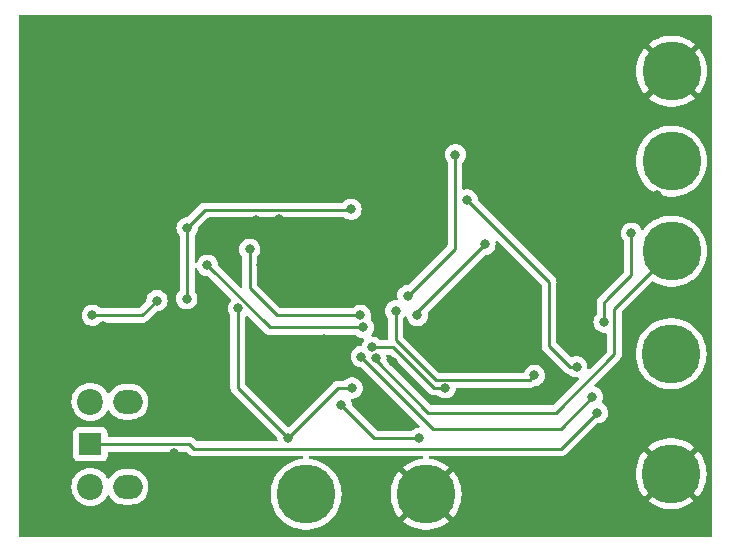
<source format=gbr>
%TF.GenerationSoftware,KiCad,Pcbnew,7.0.1*%
%TF.CreationDate,2023-11-12T20:21:58+01:00*%
%TF.ProjectId,Driver_detector,44726976-6572-45f6-9465-746563746f72,rev?*%
%TF.SameCoordinates,Original*%
%TF.FileFunction,Copper,L2,Bot*%
%TF.FilePolarity,Positive*%
%FSLAX46Y46*%
G04 Gerber Fmt 4.6, Leading zero omitted, Abs format (unit mm)*
G04 Created by KiCad (PCBNEW 7.0.1) date 2023-11-12 20:21:58*
%MOMM*%
%LPD*%
G01*
G04 APERTURE LIST*
%TA.AperFunction,ComponentPad*%
%ADD10C,5.000000*%
%TD*%
%TA.AperFunction,ComponentPad*%
%ADD11R,1.900000X1.900000*%
%TD*%
%TA.AperFunction,ComponentPad*%
%ADD12C,2.200000*%
%TD*%
%TA.AperFunction,ComponentPad*%
%ADD13O,2.500000X2.000000*%
%TD*%
%TA.AperFunction,ViaPad*%
%ADD14C,0.800000*%
%TD*%
%TA.AperFunction,Conductor*%
%ADD15C,0.250000*%
%TD*%
%TA.AperFunction,Conductor*%
%ADD16C,0.254000*%
%TD*%
%TA.AperFunction,Conductor*%
%ADD17C,0.100000*%
%TD*%
G04 APERTURE END LIST*
D10*
%TO.P,BZ1,1,-*%
%TO.N,Voltage_buzzer*%
X225770000Y-87530000D03*
%TO.P,BZ1,2,+*%
%TO.N,GND*%
X235930000Y-87530000D03*
%TD*%
%TO.P,Battery-1,1,Pin_1*%
%TO.N,GND*%
X256675000Y-85785000D03*
%TO.P,Battery-1,2,Pin_2*%
%TO.N,Battery +*%
X256675000Y-75625000D03*
%TD*%
%TO.P,SW1,1,A*%
%TO.N,GND*%
X256725000Y-51710000D03*
%TO.P,SW1,2,B*%
%TO.N,Output_seatbelt*%
X256725000Y-66950000D03*
%TO.P,SW1,3,C*%
%TO.N,Net-(IC5-OUT)*%
X256725000Y-59330000D03*
%TD*%
D11*
%TO.P,AE1,1,A*%
%TO.N,Net-(AE1-A)*%
X207515000Y-83300000D03*
D12*
%TO.P,AE1,2*%
%TO.N,N/C*%
X207515000Y-79700000D03*
%TO.P,AE1,3*%
X207515000Y-86900000D03*
D13*
%TO.P,AE1,4*%
X210675000Y-86900000D03*
%TO.P,AE1,5*%
X210675000Y-79700000D03*
%TD*%
D14*
%TO.N,Net-(AE1-A)*%
X250444000Y-80619000D03*
%TO.N,GND*%
X243332000Y-75692000D03*
X227330000Y-74422000D03*
X217675000Y-64500000D03*
X214600000Y-84025000D03*
X248225000Y-65225000D03*
X240792000Y-68072000D03*
X257556000Y-87122000D03*
X246900000Y-56175000D03*
X227130500Y-70030500D03*
X222250000Y-75184000D03*
X251325000Y-64975000D03*
X208600000Y-73275000D03*
X248600000Y-58775000D03*
X215975000Y-80150000D03*
X226950000Y-61675000D03*
X242150000Y-62625000D03*
X255524000Y-62230000D03*
X235525000Y-74250000D03*
X253200000Y-54225000D03*
X249925000Y-52050000D03*
X225552000Y-75184000D03*
X259249000Y-54303500D03*
X241850000Y-56100000D03*
X219000000Y-68050000D03*
X221575000Y-64275000D03*
X240000000Y-88825000D03*
X233125000Y-76350000D03*
X223520000Y-64262000D03*
X221925000Y-68125000D03*
X235204000Y-68580000D03*
X253425000Y-82125000D03*
X240792000Y-75692000D03*
%TO.N,+1V8*%
X215675000Y-70975000D03*
X207675000Y-72375000D03*
X213150000Y-71125000D03*
X229575000Y-63400000D03*
X215700000Y-64975000D03*
X235204000Y-72390000D03*
X240925000Y-66375000D03*
%TO.N,VDD*%
X229675000Y-78525000D03*
X224250000Y-82775000D03*
X220037397Y-71788103D03*
%TO.N,Output_seatbelt*%
X231682947Y-76025000D03*
%TO.N,SWO*%
X231375000Y-75075000D03*
X237550000Y-78501500D03*
%TO.N,Pro_range_sens*%
X235350000Y-82775000D03*
X228750000Y-79975000D03*
%TO.N,NRESET*%
X233350000Y-72000000D03*
X234400000Y-70700000D03*
X245110000Y-77470000D03*
X238425000Y-58775000D03*
%TO.N,EN*%
X250012500Y-79287500D03*
X230448944Y-75876056D03*
%TO.N,Net-(IC5-IN)*%
X248675000Y-76725000D03*
X239425000Y-62600000D03*
%TO.N,Net-(IC5-OUT)*%
X251000000Y-72950000D03*
X253325000Y-65425000D03*
%TO.N,SDA_Sens*%
X217425000Y-68150000D03*
X230632000Y-73406000D03*
%TO.N,SCL_Sens*%
X230378000Y-72390000D03*
X221000000Y-66775000D03*
%TD*%
D15*
%TO.N,Net-(AE1-A)*%
X215900000Y-83300000D02*
X216275000Y-83675000D01*
X216275000Y-83675000D02*
X247350000Y-83675000D01*
X250406000Y-80619000D02*
X250444000Y-80619000D01*
X247350000Y-83675000D02*
X250406000Y-80619000D01*
X207515000Y-83300000D02*
X215900000Y-83300000D01*
D16*
%TO.N,+1V8*%
X215700000Y-64975000D02*
X215700000Y-70950000D01*
X235204000Y-72096000D02*
X235204000Y-72390000D01*
D15*
X213150000Y-71125000D02*
X211900000Y-72375000D01*
X211900000Y-72375000D02*
X209050000Y-72375000D01*
D17*
X215700000Y-70950000D02*
X215675000Y-70975000D01*
X229575000Y-63400000D02*
X229517000Y-63458000D01*
D16*
X240925000Y-66375000D02*
X235204000Y-72096000D01*
D15*
X209050000Y-72375000D02*
X207675000Y-72375000D01*
D16*
X217217000Y-63458000D02*
X215700000Y-64975000D01*
X229517000Y-63458000D02*
X217217000Y-63458000D01*
%TO.N,VDD*%
X228500000Y-78525000D02*
X224250000Y-82775000D01*
D15*
X220037397Y-71788103D02*
X220000000Y-71825500D01*
D16*
X229675000Y-78525000D02*
X228500000Y-78525000D01*
D15*
X220000000Y-71825500D02*
X220000000Y-78525000D01*
X220000000Y-78525000D02*
X224250000Y-82775000D01*
D16*
%TO.N,Output_seatbelt*%
X231682947Y-76025000D02*
X231682947Y-76166855D01*
D15*
X251875000Y-75675000D02*
X251875000Y-71800000D01*
X251875000Y-71800000D02*
X256725000Y-66950000D01*
D16*
X231682947Y-76166855D02*
X236125000Y-80608908D01*
D15*
X236125000Y-80608908D02*
X246941092Y-80608908D01*
X246941092Y-80608908D02*
X251875000Y-75675000D01*
D16*
%TO.N,SWO*%
X231375000Y-75075000D02*
X233175000Y-75075000D01*
X236601500Y-78501500D02*
X237550000Y-78501500D01*
X233175000Y-75075000D02*
X236601500Y-78501500D01*
D15*
%TO.N,Pro_range_sens*%
X228750000Y-79975000D02*
X231550000Y-82775000D01*
X231550000Y-82775000D02*
X235350000Y-82775000D01*
%TO.N,NRESET*%
X238375000Y-66725000D02*
X238375000Y-59425000D01*
X238375000Y-59425000D02*
X238375000Y-58825000D01*
D16*
X236750000Y-77875000D02*
X244705000Y-77875000D01*
D15*
X234400000Y-70700000D02*
X238375000Y-66725000D01*
D16*
X233350000Y-74475000D02*
X236750000Y-77875000D01*
X233350000Y-72000000D02*
X233350000Y-74475000D01*
X244705000Y-77875000D02*
X245110000Y-77470000D01*
D15*
X238375000Y-58825000D02*
X238425000Y-58775000D01*
D16*
%TO.N,EN*%
X230448944Y-75876056D02*
X236547888Y-81975000D01*
X247325000Y-81975000D02*
X250012500Y-79287500D01*
X236547888Y-81975000D02*
X247325000Y-81975000D01*
D15*
%TO.N,Net-(IC5-IN)*%
X248100000Y-76725000D02*
X248675000Y-76725000D01*
X246350000Y-74975000D02*
X248100000Y-76725000D01*
X239425000Y-62600000D02*
X246350000Y-69525000D01*
X246350000Y-69525000D02*
X246350000Y-74975000D01*
%TO.N,Net-(IC5-OUT)*%
X253325000Y-68975000D02*
X251375000Y-70925000D01*
X253325000Y-65425000D02*
X253325000Y-68975000D01*
X251375000Y-70925000D02*
X251000000Y-71300000D01*
X251000000Y-71300000D02*
X251000000Y-72950000D01*
D16*
%TO.N,SDA_Sens*%
X222681000Y-73406000D02*
X230632000Y-73406000D01*
X217425000Y-68150000D02*
X222681000Y-73406000D01*
%TO.N,SCL_Sens*%
X221000000Y-66775000D02*
X221000000Y-70100000D01*
X221000000Y-70100000D02*
X223290000Y-72390000D01*
X223290000Y-72390000D02*
X230378000Y-72390000D01*
%TD*%
%TA.AperFunction,Conductor*%
%TO.N,GND*%
G36*
X220787818Y-72419350D02*
G01*
X220837181Y-72449600D01*
X222178624Y-73791043D01*
X222191562Y-73807192D01*
X222242845Y-73855350D01*
X222245643Y-73858062D01*
X222265204Y-73877623D01*
X222268385Y-73880090D01*
X222277282Y-73887688D01*
X222309230Y-73917691D01*
X222309232Y-73917692D01*
X222309233Y-73917693D01*
X222326878Y-73927393D01*
X222343135Y-73938072D01*
X222359038Y-73950408D01*
X222399258Y-73967812D01*
X222409749Y-73972951D01*
X222448166Y-73994072D01*
X222467675Y-73999081D01*
X222486061Y-74005376D01*
X222504541Y-74013373D01*
X222547844Y-74020231D01*
X222559247Y-74022592D01*
X222601728Y-74033500D01*
X222621865Y-74033500D01*
X222641262Y-74035026D01*
X222661133Y-74038174D01*
X222704761Y-74034049D01*
X222716429Y-74033500D01*
X229930053Y-74033500D01*
X229980489Y-74044220D01*
X230022203Y-74074528D01*
X230026129Y-74078889D01*
X230179269Y-74190151D01*
X230352197Y-74267144D01*
X230537352Y-74306500D01*
X230576709Y-74306500D01*
X230631844Y-74319432D01*
X230675479Y-74355530D01*
X230698513Y-74407265D01*
X230696141Y-74463846D01*
X230668859Y-74513472D01*
X230642466Y-74542783D01*
X230547821Y-74706714D01*
X230488308Y-74889875D01*
X230462527Y-74934528D01*
X230420812Y-74964836D01*
X230370377Y-74975556D01*
X230354296Y-74975556D01*
X230169141Y-75014911D01*
X229996213Y-75091904D01*
X229843073Y-75203166D01*
X229716410Y-75343839D01*
X229621764Y-75507771D01*
X229563270Y-75687798D01*
X229543484Y-75876055D01*
X229543484Y-75876056D01*
X229544667Y-75887312D01*
X229563270Y-76064313D01*
X229621764Y-76244340D01*
X229716410Y-76408272D01*
X229843073Y-76548945D01*
X229996213Y-76660207D01*
X230169141Y-76737200D01*
X230354296Y-76776556D01*
X230354298Y-76776556D01*
X230410663Y-76776556D01*
X230458116Y-76785995D01*
X230498344Y-76812875D01*
X235348288Y-81662819D01*
X235378538Y-81712182D01*
X235383080Y-81769898D01*
X235360925Y-81823385D01*
X235316902Y-81860985D01*
X235260607Y-81874500D01*
X235255352Y-81874500D01*
X235070197Y-81913855D01*
X234897272Y-81990847D01*
X234795176Y-82065024D01*
X234744129Y-82102112D01*
X234738401Y-82108473D01*
X234696688Y-82138780D01*
X234646253Y-82149500D01*
X231860452Y-82149500D01*
X231812999Y-82140061D01*
X231772771Y-82113181D01*
X229688960Y-80029369D01*
X229664720Y-79995071D01*
X229653321Y-79954655D01*
X229635674Y-79786744D01*
X229577179Y-79606716D01*
X229573152Y-79594321D01*
X229575162Y-79593667D01*
X229563329Y-79549495D01*
X229579944Y-79487497D01*
X229625331Y-79442112D01*
X229687329Y-79425500D01*
X229769648Y-79425500D01*
X229893083Y-79399262D01*
X229954803Y-79386144D01*
X230127730Y-79309151D01*
X230160075Y-79285651D01*
X230280870Y-79197889D01*
X230302031Y-79174388D01*
X230407533Y-79057216D01*
X230502179Y-78893284D01*
X230560674Y-78713256D01*
X230580460Y-78525000D01*
X230560674Y-78336744D01*
X230530332Y-78243363D01*
X230502179Y-78156715D01*
X230407533Y-77992783D01*
X230280870Y-77852110D01*
X230127730Y-77740848D01*
X229954802Y-77663855D01*
X229769648Y-77624500D01*
X229769646Y-77624500D01*
X229580354Y-77624500D01*
X229580352Y-77624500D01*
X229395197Y-77663855D01*
X229222269Y-77740848D01*
X229069129Y-77852110D01*
X229065203Y-77856472D01*
X229023489Y-77886780D01*
X228973053Y-77897500D01*
X228582966Y-77897500D01*
X228562398Y-77895229D01*
X228492082Y-77897439D01*
X228488188Y-77897500D01*
X228460524Y-77897500D01*
X228456515Y-77898006D01*
X228444884Y-77898921D01*
X228401057Y-77900298D01*
X228381720Y-77905916D01*
X228362680Y-77909859D01*
X228342709Y-77912383D01*
X228301951Y-77928519D01*
X228290905Y-77932300D01*
X228248807Y-77944531D01*
X228231480Y-77954778D01*
X228214019Y-77963333D01*
X228195297Y-77970746D01*
X228159839Y-77996508D01*
X228150077Y-78002920D01*
X228112347Y-78025233D01*
X228098107Y-78039473D01*
X228083319Y-78052103D01*
X228067033Y-78063936D01*
X228039091Y-78097711D01*
X228031230Y-78106349D01*
X224336266Y-81801314D01*
X224280679Y-81833408D01*
X224216491Y-81833408D01*
X224160904Y-81801314D01*
X222429205Y-80069615D01*
X220661819Y-78302228D01*
X220634939Y-78262000D01*
X220625500Y-78214547D01*
X220625500Y-72537281D01*
X220639015Y-72480986D01*
X220676615Y-72436963D01*
X220730102Y-72414808D01*
X220787818Y-72419350D01*
G37*
%TD.AperFunction*%
%TA.AperFunction,Conductor*%
G36*
X241969266Y-66049670D02*
G01*
X242021105Y-66080696D01*
X243866726Y-67926317D01*
X245688181Y-69747772D01*
X245715061Y-69788000D01*
X245724500Y-69835453D01*
X245724500Y-74892256D01*
X245722235Y-74912762D01*
X245724439Y-74982873D01*
X245724500Y-74986768D01*
X245724500Y-75014349D01*
X245725003Y-75018334D01*
X245725918Y-75029967D01*
X245727290Y-75073626D01*
X245732879Y-75092860D01*
X245736825Y-75111916D01*
X245739335Y-75131792D01*
X245755414Y-75172404D01*
X245759197Y-75183451D01*
X245771382Y-75225391D01*
X245781580Y-75242635D01*
X245790136Y-75260100D01*
X245797514Y-75278732D01*
X245797515Y-75278733D01*
X245823180Y-75314059D01*
X245829593Y-75323822D01*
X245851826Y-75361416D01*
X245851829Y-75361419D01*
X245851830Y-75361420D01*
X245865995Y-75375585D01*
X245878627Y-75390375D01*
X245890406Y-75406587D01*
X245924058Y-75434426D01*
X245932699Y-75442289D01*
X247599197Y-77108787D01*
X247612098Y-77124889D01*
X247614212Y-77126874D01*
X247614214Y-77126877D01*
X247651421Y-77161817D01*
X247663240Y-77172916D01*
X247666035Y-77175625D01*
X247685530Y-77195120D01*
X247688704Y-77197582D01*
X247697568Y-77205153D01*
X247729418Y-77235062D01*
X247739914Y-77240832D01*
X247746974Y-77244714D01*
X247763231Y-77255392D01*
X247779064Y-77267674D01*
X247795185Y-77274649D01*
X247819156Y-77285023D01*
X247829643Y-77290160D01*
X247867908Y-77311197D01*
X247887316Y-77316180D01*
X247905710Y-77322478D01*
X247924105Y-77330438D01*
X247967254Y-77337271D01*
X247978676Y-77339637D01*
X247991851Y-77343020D01*
X248025246Y-77357059D01*
X248053157Y-77380149D01*
X248069129Y-77397888D01*
X248222270Y-77509151D01*
X248222271Y-77509151D01*
X248222272Y-77509152D01*
X248395197Y-77586144D01*
X248580352Y-77625500D01*
X248740547Y-77625500D01*
X248796842Y-77639015D01*
X248840865Y-77676615D01*
X248863020Y-77730102D01*
X248858478Y-77787818D01*
X248828228Y-77837181D01*
X246718320Y-79947089D01*
X246678092Y-79973969D01*
X246630639Y-79983408D01*
X236438281Y-79983408D01*
X236390828Y-79973969D01*
X236350600Y-79947089D01*
X232615021Y-76211510D01*
X232585814Y-76165221D01*
X232579381Y-76110869D01*
X232588407Y-76025000D01*
X232568906Y-75839459D01*
X232580777Y-75772142D01*
X232626517Y-75721342D01*
X232692227Y-75702500D01*
X232863719Y-75702500D01*
X232911172Y-75711939D01*
X232951400Y-75738819D01*
X236099124Y-78886543D01*
X236112062Y-78902692D01*
X236163345Y-78950850D01*
X236166144Y-78953563D01*
X236185704Y-78973123D01*
X236186884Y-78974038D01*
X236188885Y-78975590D01*
X236197782Y-78983188D01*
X236229730Y-79013191D01*
X236229732Y-79013192D01*
X236229733Y-79013193D01*
X236247378Y-79022893D01*
X236263635Y-79033572D01*
X236279538Y-79045908D01*
X236319762Y-79063314D01*
X236330243Y-79068448D01*
X236368666Y-79089572D01*
X236387717Y-79094463D01*
X236388160Y-79094577D01*
X236406569Y-79100880D01*
X236418714Y-79106135D01*
X236425042Y-79108874D01*
X236468351Y-79115733D01*
X236479758Y-79118095D01*
X236522228Y-79129000D01*
X236542359Y-79129000D01*
X236561756Y-79130526D01*
X236581633Y-79133675D01*
X236621708Y-79129886D01*
X236625270Y-79129550D01*
X236636939Y-79129000D01*
X236848053Y-79129000D01*
X236898489Y-79139720D01*
X236940203Y-79170028D01*
X236944129Y-79174389D01*
X237097269Y-79285651D01*
X237270197Y-79362644D01*
X237455352Y-79402000D01*
X237455354Y-79402000D01*
X237644646Y-79402000D01*
X237644648Y-79402000D01*
X237768083Y-79375762D01*
X237829803Y-79362644D01*
X238002730Y-79285651D01*
X238155871Y-79174388D01*
X238282533Y-79033716D01*
X238377179Y-78869784D01*
X238435674Y-78689756D01*
X238443684Y-78613536D01*
X238464204Y-78557160D01*
X238508790Y-78517015D01*
X238567005Y-78502500D01*
X244622034Y-78502500D01*
X244642601Y-78504770D01*
X244645475Y-78504679D01*
X244645477Y-78504680D01*
X244712918Y-78502561D01*
X244716813Y-78502500D01*
X244744474Y-78502500D01*
X244744476Y-78502500D01*
X244748470Y-78501995D01*
X244760114Y-78501077D01*
X244803943Y-78499701D01*
X244823280Y-78494082D01*
X244842321Y-78490138D01*
X244862293Y-78487616D01*
X244903055Y-78471476D01*
X244914092Y-78467698D01*
X244956191Y-78455468D01*
X244973510Y-78445224D01*
X244990994Y-78436659D01*
X245009703Y-78429253D01*
X245045172Y-78403481D01*
X245054920Y-78397079D01*
X245066644Y-78390145D01*
X245070674Y-78387763D01*
X245133786Y-78370500D01*
X245204648Y-78370500D01*
X245357703Y-78337967D01*
X245389803Y-78331144D01*
X245562730Y-78254151D01*
X245616767Y-78214891D01*
X245715870Y-78142889D01*
X245741597Y-78114317D01*
X245842533Y-78002216D01*
X245937179Y-77838284D01*
X245995674Y-77658256D01*
X246015460Y-77470000D01*
X245995674Y-77281744D01*
X245956707Y-77161817D01*
X245937179Y-77101715D01*
X245842533Y-76937783D01*
X245715870Y-76797110D01*
X245562730Y-76685848D01*
X245389802Y-76608855D01*
X245204648Y-76569500D01*
X245204646Y-76569500D01*
X245015354Y-76569500D01*
X245015352Y-76569500D01*
X244830197Y-76608855D01*
X244657269Y-76685848D01*
X244504129Y-76797110D01*
X244377466Y-76937783D01*
X244282820Y-77101716D01*
X244263293Y-77161817D01*
X244237512Y-77206472D01*
X244195798Y-77236779D01*
X244145362Y-77247500D01*
X237061281Y-77247500D01*
X237013828Y-77238061D01*
X236973600Y-77211181D01*
X234013819Y-74251400D01*
X233986939Y-74211172D01*
X233977500Y-74163719D01*
X233977500Y-72696466D01*
X233985736Y-72652028D01*
X234009348Y-72613496D01*
X234082533Y-72532216D01*
X234087100Y-72524303D01*
X234130251Y-72480238D01*
X234189294Y-72462411D01*
X234249622Y-72475233D01*
X234296311Y-72515533D01*
X234317809Y-72573337D01*
X234318256Y-72577598D01*
X234318326Y-72578257D01*
X234376820Y-72758284D01*
X234471466Y-72922216D01*
X234598129Y-73062889D01*
X234751269Y-73174151D01*
X234924197Y-73251144D01*
X235109352Y-73290500D01*
X235109354Y-73290500D01*
X235298646Y-73290500D01*
X235298648Y-73290500D01*
X235422083Y-73264262D01*
X235483803Y-73251144D01*
X235656730Y-73174151D01*
X235706134Y-73138257D01*
X235809870Y-73062889D01*
X235868560Y-72997708D01*
X235936533Y-72922216D01*
X236031179Y-72758284D01*
X236089674Y-72578256D01*
X236109460Y-72390000D01*
X236089674Y-72201744D01*
X236087649Y-72195514D01*
X236085007Y-72128251D01*
X236117898Y-72069519D01*
X240875599Y-67311819D01*
X240915828Y-67284939D01*
X240963281Y-67275500D01*
X241019648Y-67275500D01*
X241143083Y-67249262D01*
X241204803Y-67236144D01*
X241377730Y-67159151D01*
X241415541Y-67131680D01*
X241530870Y-67047889D01*
X241532629Y-67045936D01*
X241657533Y-66907216D01*
X241752179Y-66743284D01*
X241810674Y-66563256D01*
X241830460Y-66375000D01*
X241810674Y-66186744D01*
X241810672Y-66186739D01*
X241810105Y-66181340D01*
X241818618Y-66121526D01*
X241854385Y-66072834D01*
X241908916Y-66046824D01*
X241969266Y-66049670D01*
G37*
%TD.AperFunction*%
%TA.AperFunction,Conductor*%
G36*
X260021553Y-46949945D02*
G01*
X260083530Y-46966575D01*
X260128896Y-47011960D01*
X260145500Y-47073945D01*
X260145500Y-91051000D01*
X260128887Y-91113000D01*
X260083500Y-91158387D01*
X260021500Y-91175000D01*
X201584500Y-91175000D01*
X201522500Y-91158387D01*
X201477113Y-91113000D01*
X201460500Y-91051000D01*
X201460500Y-86900000D01*
X205909551Y-86900000D01*
X205929317Y-87151149D01*
X205988126Y-87396110D01*
X206033149Y-87504805D01*
X206084534Y-87628859D01*
X206216164Y-87843659D01*
X206379776Y-88035224D01*
X206571341Y-88198836D01*
X206786141Y-88330466D01*
X207018889Y-88426873D01*
X207263852Y-88485683D01*
X207515000Y-88505449D01*
X207766148Y-88485683D01*
X208011111Y-88426873D01*
X208243859Y-88330466D01*
X208458659Y-88198836D01*
X208650224Y-88035224D01*
X208813836Y-87843659D01*
X208922196Y-87666831D01*
X208968793Y-87622628D01*
X209031254Y-87607667D01*
X209092821Y-87625961D01*
X209136977Y-87672604D01*
X209160803Y-87716630D01*
X209164526Y-87723509D01*
X209317262Y-87919744D01*
X209500215Y-88088164D01*
X209708393Y-88224173D01*
X209936119Y-88324063D01*
X210177179Y-88385108D01*
X210251480Y-88391264D01*
X210362927Y-88400500D01*
X210362933Y-88400500D01*
X210987067Y-88400500D01*
X210987073Y-88400500D01*
X211088387Y-88392104D01*
X211172821Y-88385108D01*
X211413881Y-88324063D01*
X211641607Y-88224173D01*
X211849785Y-88088164D01*
X212032738Y-87919744D01*
X212185474Y-87723509D01*
X212303828Y-87504810D01*
X212384571Y-87269614D01*
X212425500Y-87024335D01*
X212425500Y-86775665D01*
X212384571Y-86530386D01*
X212303828Y-86295190D01*
X212185474Y-86076491D01*
X212185471Y-86076487D01*
X212185470Y-86076485D01*
X212032740Y-85880259D01*
X212032738Y-85880256D01*
X211849785Y-85711836D01*
X211641607Y-85575827D01*
X211641604Y-85575825D01*
X211516523Y-85520960D01*
X211413881Y-85475937D01*
X211172821Y-85414892D01*
X211172819Y-85414891D01*
X211172816Y-85414891D01*
X210987073Y-85399500D01*
X210987067Y-85399500D01*
X210362933Y-85399500D01*
X210362927Y-85399500D01*
X210177183Y-85414891D01*
X210177179Y-85414891D01*
X210177179Y-85414892D01*
X209936119Y-85475937D01*
X209936116Y-85475938D01*
X209936117Y-85475938D01*
X209708395Y-85575825D01*
X209569607Y-85666499D01*
X209500215Y-85711836D01*
X209500213Y-85711837D01*
X209500214Y-85711837D01*
X209317259Y-85880259D01*
X209164527Y-86076488D01*
X209136977Y-86127396D01*
X209092821Y-86174038D01*
X209031254Y-86192332D01*
X208968793Y-86177371D01*
X208922196Y-86133167D01*
X208870157Y-86048249D01*
X208813836Y-85956341D01*
X208650224Y-85764776D01*
X208458659Y-85601164D01*
X208243859Y-85469534D01*
X208111939Y-85414891D01*
X208011110Y-85373126D01*
X207766149Y-85314317D01*
X207515000Y-85294551D01*
X207263850Y-85314317D01*
X207018889Y-85373126D01*
X206786139Y-85469535D01*
X206571342Y-85601163D01*
X206379776Y-85764776D01*
X206216163Y-85956342D01*
X206107374Y-86133869D01*
X206084534Y-86171141D01*
X206080412Y-86181093D01*
X205988126Y-86403889D01*
X205929317Y-86648850D01*
X205909551Y-86900000D01*
X201460500Y-86900000D01*
X201460500Y-84297869D01*
X206064500Y-84297869D01*
X206070909Y-84357484D01*
X206093216Y-84417290D01*
X206121204Y-84492331D01*
X206207454Y-84607546D01*
X206322669Y-84693796D01*
X206457517Y-84744091D01*
X206517127Y-84750500D01*
X208512872Y-84750499D01*
X208572483Y-84744091D01*
X208707331Y-84693796D01*
X208822546Y-84607546D01*
X208908796Y-84492331D01*
X208959091Y-84357483D01*
X208965500Y-84297873D01*
X208965500Y-84049500D01*
X208982113Y-83987500D01*
X209027500Y-83942113D01*
X209089500Y-83925500D01*
X215589546Y-83925500D01*
X215636998Y-83934939D01*
X215677227Y-83961818D01*
X215774196Y-84058786D01*
X215787094Y-84074886D01*
X215838223Y-84122900D01*
X215841020Y-84125611D01*
X215860529Y-84145120D01*
X215863711Y-84147588D01*
X215872571Y-84155155D01*
X215904417Y-84185061D01*
X215904418Y-84185062D01*
X215921970Y-84194711D01*
X215938238Y-84205397D01*
X215954064Y-84217673D01*
X215994146Y-84235017D01*
X216004633Y-84240155D01*
X216042907Y-84261197D01*
X216051410Y-84263379D01*
X216062308Y-84266178D01*
X216080713Y-84272478D01*
X216099104Y-84280437D01*
X216142250Y-84287270D01*
X216153668Y-84289635D01*
X216195981Y-84300500D01*
X216216016Y-84300500D01*
X216235415Y-84302027D01*
X216255196Y-84305160D01*
X216298674Y-84301050D01*
X216310344Y-84300500D01*
X225425465Y-84300500D01*
X225485371Y-84315931D01*
X225530367Y-84358383D01*
X225549255Y-84417290D01*
X225537334Y-84477992D01*
X225497570Y-84525380D01*
X225439862Y-84547661D01*
X225308877Y-84562971D01*
X225248084Y-84570077D01*
X224907985Y-84650682D01*
X224579545Y-84770223D01*
X224267206Y-84927086D01*
X223975196Y-85119145D01*
X223975188Y-85119151D01*
X223975189Y-85119151D01*
X223707442Y-85343817D01*
X223707438Y-85343820D01*
X223707437Y-85343822D01*
X223467589Y-85598045D01*
X223258869Y-85878404D01*
X223084112Y-86181093D01*
X223084111Y-86181096D01*
X222945674Y-86502029D01*
X222901719Y-86648850D01*
X222845429Y-86836869D01*
X222784738Y-87181072D01*
X222764414Y-87529999D01*
X222784738Y-87878927D01*
X222845429Y-88223130D01*
X222845431Y-88223136D01*
X222945674Y-88557971D01*
X223043605Y-88785000D01*
X223084112Y-88878906D01*
X223258710Y-89181320D01*
X223258870Y-89181596D01*
X223467588Y-89461953D01*
X223707442Y-89716183D01*
X223975189Y-89940849D01*
X223975193Y-89940852D01*
X223975196Y-89940854D01*
X224267206Y-90132913D01*
X224579545Y-90289776D01*
X224729272Y-90344271D01*
X224907989Y-90409319D01*
X225248086Y-90489923D01*
X225595241Y-90530500D01*
X225944754Y-90530500D01*
X225944759Y-90530500D01*
X226291914Y-90489923D01*
X226632011Y-90409319D01*
X226960451Y-90289777D01*
X226960450Y-90289777D01*
X226960454Y-90289776D01*
X227272793Y-90132913D01*
X227564803Y-89940854D01*
X227564811Y-89940849D01*
X227707960Y-89820733D01*
X233992818Y-89820733D01*
X234135489Y-89940448D01*
X234427464Y-90132482D01*
X234739744Y-90289316D01*
X235068128Y-90408837D01*
X235408171Y-90489429D01*
X235755274Y-90530000D01*
X236104726Y-90530000D01*
X236451828Y-90489429D01*
X236791871Y-90408837D01*
X237120255Y-90289316D01*
X237432535Y-90132482D01*
X237724515Y-89940445D01*
X237867180Y-89820734D01*
X237867181Y-89820733D01*
X235930000Y-87883553D01*
X233992818Y-89820733D01*
X227707960Y-89820733D01*
X227832558Y-89716183D01*
X228072412Y-89461953D01*
X228281130Y-89181596D01*
X228455889Y-88878904D01*
X228594326Y-88557971D01*
X228694569Y-88223136D01*
X228755262Y-87878927D01*
X228775585Y-87530000D01*
X232924915Y-87530000D01*
X232945235Y-87878869D01*
X233005916Y-88223014D01*
X233106146Y-88557799D01*
X233244560Y-88878681D01*
X233419288Y-89181320D01*
X233627971Y-89461630D01*
X233636147Y-89470297D01*
X233636148Y-89470298D01*
X235576446Y-87530001D01*
X236283553Y-87530001D01*
X238223850Y-89470298D01*
X238223851Y-89470298D01*
X238232026Y-89461632D01*
X238440711Y-89181320D01*
X238615439Y-88878681D01*
X238753853Y-88557799D01*
X238854083Y-88223014D01*
X238880052Y-88075733D01*
X254737818Y-88075733D01*
X254880489Y-88195448D01*
X255172464Y-88387482D01*
X255484744Y-88544316D01*
X255813128Y-88663837D01*
X256153171Y-88744429D01*
X256500274Y-88785000D01*
X256849726Y-88785000D01*
X257196828Y-88744429D01*
X257536871Y-88663837D01*
X257865255Y-88544316D01*
X258177535Y-88387482D01*
X258469515Y-88195445D01*
X258612180Y-88075734D01*
X258612181Y-88075733D01*
X256675000Y-86138553D01*
X254737818Y-88075733D01*
X238880052Y-88075733D01*
X238914764Y-87878869D01*
X238935084Y-87530000D01*
X238914764Y-87181130D01*
X238854083Y-86836985D01*
X238753853Y-86502200D01*
X238615439Y-86181318D01*
X238440711Y-85878679D01*
X238370969Y-85785000D01*
X253669915Y-85785000D01*
X253690235Y-86133869D01*
X253750916Y-86478014D01*
X253851146Y-86812799D01*
X253989560Y-87133681D01*
X254164288Y-87436320D01*
X254372971Y-87716630D01*
X254381147Y-87725297D01*
X254381148Y-87725298D01*
X256321447Y-85785000D01*
X257028553Y-85785000D01*
X258968851Y-87725298D01*
X258977026Y-87716632D01*
X259185711Y-87436320D01*
X259360439Y-87133681D01*
X259498853Y-86812799D01*
X259599083Y-86478014D01*
X259659764Y-86133869D01*
X259680084Y-85785000D01*
X259659764Y-85436130D01*
X259599083Y-85091985D01*
X259498853Y-84757200D01*
X259360439Y-84436318D01*
X259185711Y-84133679D01*
X258977027Y-83853369D01*
X258968850Y-83844701D01*
X258968850Y-83844700D01*
X257028553Y-85785000D01*
X256321447Y-85785000D01*
X254381148Y-83844701D01*
X254381146Y-83844701D01*
X254372974Y-83853365D01*
X254164288Y-84133679D01*
X253989560Y-84436318D01*
X253851146Y-84757200D01*
X253750916Y-85091985D01*
X253690235Y-85436130D01*
X253669915Y-85785000D01*
X238370969Y-85785000D01*
X238232027Y-85598369D01*
X238223850Y-85589701D01*
X238223850Y-85589700D01*
X236283553Y-87530000D01*
X236283553Y-87530001D01*
X235576446Y-87530001D01*
X235576447Y-87530000D01*
X233636148Y-85589701D01*
X233636146Y-85589701D01*
X233627974Y-85598365D01*
X233419288Y-85878679D01*
X233244560Y-86181318D01*
X233106146Y-86502200D01*
X233005916Y-86836985D01*
X232945235Y-87181130D01*
X232924915Y-87530000D01*
X228775585Y-87530000D01*
X228755262Y-87181073D01*
X228694569Y-86836864D01*
X228594326Y-86502029D01*
X228455889Y-86181096D01*
X228281130Y-85878404D01*
X228072412Y-85598047D01*
X227832558Y-85343817D01*
X227564811Y-85119151D01*
X227564807Y-85119148D01*
X227564803Y-85119145D01*
X227272793Y-84927086D01*
X226960454Y-84770223D01*
X226632014Y-84650682D01*
X226632013Y-84650681D01*
X226632011Y-84650681D01*
X226445157Y-84606396D01*
X226291915Y-84570077D01*
X226255792Y-84565854D01*
X226100137Y-84547661D01*
X226042430Y-84525380D01*
X226002666Y-84477992D01*
X225990745Y-84417290D01*
X226009633Y-84358383D01*
X226054629Y-84315931D01*
X226114535Y-84300500D01*
X235589771Y-84300500D01*
X235649677Y-84315931D01*
X235694673Y-84358383D01*
X235713561Y-84417290D01*
X235701640Y-84477992D01*
X235661876Y-84525380D01*
X235604167Y-84547662D01*
X235408171Y-84570570D01*
X235068128Y-84651162D01*
X234739744Y-84770683D01*
X234427464Y-84927517D01*
X234135484Y-85119554D01*
X233992817Y-85239264D01*
X235930000Y-87176447D01*
X235930001Y-87176447D01*
X237867180Y-85239265D01*
X237724510Y-85119551D01*
X237432535Y-84927517D01*
X237120255Y-84770683D01*
X236791871Y-84651162D01*
X236451828Y-84570570D01*
X236255833Y-84547662D01*
X236198124Y-84525380D01*
X236158360Y-84477992D01*
X236146439Y-84417290D01*
X236165327Y-84358383D01*
X236210323Y-84315931D01*
X236270229Y-84300500D01*
X247267256Y-84300500D01*
X247287762Y-84302764D01*
X247290665Y-84302672D01*
X247290667Y-84302673D01*
X247357872Y-84300561D01*
X247361768Y-84300500D01*
X247389349Y-84300500D01*
X247389350Y-84300500D01*
X247393319Y-84299998D01*
X247404965Y-84299080D01*
X247448627Y-84297709D01*
X247467859Y-84292120D01*
X247486918Y-84288174D01*
X247494099Y-84287267D01*
X247506792Y-84285664D01*
X247547407Y-84269582D01*
X247558444Y-84265803D01*
X247600390Y-84253618D01*
X247617629Y-84243422D01*
X247635102Y-84234862D01*
X247653732Y-84227486D01*
X247689064Y-84201814D01*
X247698830Y-84195400D01*
X247736418Y-84173171D01*
X247736417Y-84173171D01*
X247736420Y-84173170D01*
X247750585Y-84159004D01*
X247765373Y-84146373D01*
X247781587Y-84134594D01*
X247809438Y-84100926D01*
X247817279Y-84092309D01*
X248415324Y-83494264D01*
X254737817Y-83494264D01*
X256675000Y-85431447D01*
X256675001Y-85431447D01*
X258612180Y-83494265D01*
X258469510Y-83374551D01*
X258177535Y-83182517D01*
X257865255Y-83025683D01*
X257536871Y-82906162D01*
X257196828Y-82825570D01*
X256849726Y-82785000D01*
X256500274Y-82785000D01*
X256153171Y-82825570D01*
X255813128Y-82906162D01*
X255484744Y-83025683D01*
X255172464Y-83182517D01*
X254880484Y-83374554D01*
X254737817Y-83494264D01*
X248415324Y-83494264D01*
X250353770Y-81555819D01*
X250393999Y-81528939D01*
X250441452Y-81519500D01*
X250538648Y-81519500D01*
X250662084Y-81493262D01*
X250723803Y-81480144D01*
X250896730Y-81403151D01*
X250896729Y-81403151D01*
X251049870Y-81291889D01*
X251176533Y-81151216D01*
X251271179Y-80987284D01*
X251307500Y-80875500D01*
X251329674Y-80807256D01*
X251349460Y-80619000D01*
X251329674Y-80430744D01*
X251288754Y-80304805D01*
X251271179Y-80250715D01*
X251176533Y-80086783D01*
X251049870Y-79946110D01*
X250896731Y-79834848D01*
X250894908Y-79834037D01*
X250890354Y-79830215D01*
X250886187Y-79827188D01*
X250886398Y-79826896D01*
X250842544Y-79790095D01*
X250821423Y-79725081D01*
X250837964Y-79658754D01*
X250839679Y-79655784D01*
X250898174Y-79475756D01*
X250917960Y-79287500D01*
X250898174Y-79099244D01*
X250842337Y-78927396D01*
X250839679Y-78919215D01*
X250745033Y-78755283D01*
X250618370Y-78614610D01*
X250465230Y-78503348D01*
X250292304Y-78426355D01*
X250281415Y-78424041D01*
X250223026Y-78393805D01*
X250188305Y-78337967D01*
X250187015Y-78272227D01*
X250219515Y-78215074D01*
X252258786Y-76175802D01*
X252274887Y-76162904D01*
X252276874Y-76160787D01*
X252276877Y-76160786D01*
X252322932Y-76111741D01*
X252325613Y-76108976D01*
X252345120Y-76089470D01*
X252347581Y-76086295D01*
X252355152Y-76077431D01*
X252385062Y-76045582D01*
X252394713Y-76028026D01*
X252405393Y-76011767D01*
X252417674Y-75995936D01*
X252435018Y-75955851D01*
X252440160Y-75945356D01*
X252442638Y-75940849D01*
X252461197Y-75907092D01*
X252466178Y-75887688D01*
X252472480Y-75869283D01*
X252480438Y-75850895D01*
X252487270Y-75807748D01*
X252489639Y-75796316D01*
X252500500Y-75754020D01*
X252500500Y-75733984D01*
X252502027Y-75714585D01*
X252503941Y-75702500D01*
X252505160Y-75694804D01*
X252501050Y-75651325D01*
X252500500Y-75639656D01*
X252500500Y-75625000D01*
X253669414Y-75625000D01*
X253689738Y-75973927D01*
X253750429Y-76318130D01*
X253750431Y-76318136D01*
X253850674Y-76652971D01*
X253989111Y-76973904D01*
X253989112Y-76973906D01*
X254163869Y-77276595D01*
X254268228Y-77416774D01*
X254372588Y-77556953D01*
X254612442Y-77811183D01*
X254880189Y-78035849D01*
X254880193Y-78035852D01*
X254880196Y-78035854D01*
X255172206Y-78227913D01*
X255484545Y-78384776D01*
X255606746Y-78429253D01*
X255812989Y-78504319D01*
X256153086Y-78584923D01*
X256500241Y-78625500D01*
X256849754Y-78625500D01*
X256849759Y-78625500D01*
X257196914Y-78584923D01*
X257537011Y-78504319D01*
X257857247Y-78387763D01*
X257865454Y-78384776D01*
X258177793Y-78227913D01*
X258307067Y-78142888D01*
X258469811Y-78035849D01*
X258737558Y-77811183D01*
X258977412Y-77556953D01*
X259186130Y-77276596D01*
X259360889Y-76973904D01*
X259499326Y-76652971D01*
X259599569Y-76318136D01*
X259660262Y-75973927D01*
X259680585Y-75625000D01*
X259660262Y-75276073D01*
X259599569Y-74931864D01*
X259499326Y-74597029D01*
X259360889Y-74276096D01*
X259186130Y-73973404D01*
X258977412Y-73693047D01*
X258737558Y-73438817D01*
X258469811Y-73214151D01*
X258469807Y-73214148D01*
X258469803Y-73214145D01*
X258177793Y-73022086D01*
X257865454Y-72865223D01*
X257537014Y-72745682D01*
X257537013Y-72745681D01*
X257537011Y-72745681D01*
X257350157Y-72701396D01*
X257196915Y-72665077D01*
X257139054Y-72658314D01*
X256849759Y-72624500D01*
X256500241Y-72624500D01*
X256264726Y-72652028D01*
X256153084Y-72665077D01*
X255812985Y-72745682D01*
X255484545Y-72865223D01*
X255172206Y-73022086D01*
X254880196Y-73214145D01*
X254880188Y-73214151D01*
X254880189Y-73214151D01*
X254612442Y-73438817D01*
X254612438Y-73438820D01*
X254612437Y-73438822D01*
X254372589Y-73693045D01*
X254163869Y-73973404D01*
X253989112Y-74276093D01*
X253941923Y-74385490D01*
X253850674Y-74597029D01*
X253792327Y-74791920D01*
X253750429Y-74931869D01*
X253689738Y-75276072D01*
X253669414Y-75625000D01*
X252500500Y-75625000D01*
X252500500Y-72110452D01*
X252509939Y-72062999D01*
X252536819Y-72022771D01*
X253139772Y-71419818D01*
X255020765Y-69538823D01*
X255068301Y-69509184D01*
X255124033Y-69503490D01*
X255176583Y-69522906D01*
X255222206Y-69552913D01*
X255534545Y-69709776D01*
X255681276Y-69763181D01*
X255862989Y-69829319D01*
X256203086Y-69909923D01*
X256550241Y-69950500D01*
X256899754Y-69950500D01*
X256899759Y-69950500D01*
X257246914Y-69909923D01*
X257587011Y-69829319D01*
X257915451Y-69709777D01*
X257915450Y-69709777D01*
X257915454Y-69709776D01*
X258227793Y-69552913D01*
X258449420Y-69407146D01*
X258519811Y-69360849D01*
X258787558Y-69136183D01*
X259027412Y-68881953D01*
X259236130Y-68601596D01*
X259410889Y-68298904D01*
X259549326Y-67977971D01*
X259649569Y-67643136D01*
X259710262Y-67298927D01*
X259730585Y-66950000D01*
X259710262Y-66601073D01*
X259649569Y-66256864D01*
X259549326Y-65922029D01*
X259410889Y-65601096D01*
X259236130Y-65298404D01*
X259027412Y-65018047D01*
X258787558Y-64763817D01*
X258519811Y-64539151D01*
X258519807Y-64539148D01*
X258519803Y-64539145D01*
X258227793Y-64347086D01*
X257915454Y-64190223D01*
X257587014Y-64070682D01*
X257587013Y-64070681D01*
X257587011Y-64070681D01*
X257400157Y-64026396D01*
X257246915Y-63990077D01*
X257189054Y-63983314D01*
X256899759Y-63949500D01*
X256550241Y-63949500D01*
X256302273Y-63978483D01*
X256203084Y-63990077D01*
X255862985Y-64070682D01*
X255534545Y-64190223D01*
X255222206Y-64347086D01*
X254930196Y-64539145D01*
X254930188Y-64539151D01*
X254930189Y-64539151D01*
X254662442Y-64763817D01*
X254662438Y-64763820D01*
X254662437Y-64763822D01*
X254422589Y-65018045D01*
X254368852Y-65090226D01*
X254315839Y-65131149D01*
X254249278Y-65138536D01*
X254188583Y-65110233D01*
X254159966Y-65067269D01*
X254158696Y-65068003D01*
X254057533Y-64892783D01*
X253930870Y-64752110D01*
X253777730Y-64640848D01*
X253604802Y-64563855D01*
X253419648Y-64524500D01*
X253419646Y-64524500D01*
X253230354Y-64524500D01*
X253230352Y-64524500D01*
X253045197Y-64563855D01*
X252872269Y-64640848D01*
X252719129Y-64752110D01*
X252592466Y-64892783D01*
X252497820Y-65056715D01*
X252439326Y-65236742D01*
X252419540Y-65424999D01*
X252439326Y-65613257D01*
X252497820Y-65793284D01*
X252592464Y-65957213D01*
X252592467Y-65957216D01*
X252667652Y-66040717D01*
X252691264Y-66079249D01*
X252699500Y-66123687D01*
X252699500Y-68664547D01*
X252690061Y-68712000D01*
X252663181Y-68752228D01*
X250904877Y-70510532D01*
X250616211Y-70799197D01*
X250600112Y-70812095D01*
X250552097Y-70863224D01*
X250549392Y-70866016D01*
X250529874Y-70885534D01*
X250527415Y-70888705D01*
X250519842Y-70897572D01*
X250489935Y-70929420D01*
X250480285Y-70946974D01*
X250469609Y-70963228D01*
X250457326Y-70979063D01*
X250439975Y-71019158D01*
X250434838Y-71029644D01*
X250413802Y-71067907D01*
X250408821Y-71087309D01*
X250402520Y-71105711D01*
X250394561Y-71124102D01*
X250387728Y-71167242D01*
X250385360Y-71178674D01*
X250374500Y-71220978D01*
X250374500Y-71241016D01*
X250372973Y-71260415D01*
X250369840Y-71280194D01*
X250373950Y-71323675D01*
X250374500Y-71335344D01*
X250374500Y-72251313D01*
X250366264Y-72295751D01*
X250342652Y-72334282D01*
X250325836Y-72352959D01*
X250267464Y-72417786D01*
X250172820Y-72581715D01*
X250114326Y-72761742D01*
X250094540Y-72949999D01*
X250114326Y-73138257D01*
X250172820Y-73318284D01*
X250267466Y-73482216D01*
X250394129Y-73622889D01*
X250547269Y-73734151D01*
X250720197Y-73811144D01*
X250905352Y-73850500D01*
X250905354Y-73850500D01*
X251094646Y-73850500D01*
X251094647Y-73850500D01*
X251099719Y-73849422D01*
X251154447Y-73850138D01*
X251203536Y-73874346D01*
X251237421Y-73917329D01*
X251249500Y-73970712D01*
X251249500Y-75364548D01*
X251240061Y-75412001D01*
X251213181Y-75452229D01*
X249785788Y-76879619D01*
X249733947Y-76910646D01*
X249673597Y-76913492D01*
X249619066Y-76887481D01*
X249583299Y-76838790D01*
X249574786Y-76778979D01*
X249580460Y-76725000D01*
X249560674Y-76536744D01*
X249502179Y-76356716D01*
X249502179Y-76356715D01*
X249407533Y-76192783D01*
X249280870Y-76052110D01*
X249127730Y-75940848D01*
X248954802Y-75863855D01*
X248769648Y-75824500D01*
X248769646Y-75824500D01*
X248580354Y-75824500D01*
X248580352Y-75824500D01*
X248395201Y-75863854D01*
X248285019Y-75912911D01*
X248236747Y-75923612D01*
X248188132Y-75914602D01*
X248146902Y-75887312D01*
X247583412Y-75323822D01*
X247011819Y-74752228D01*
X246984939Y-74712000D01*
X246975500Y-74664547D01*
X246975500Y-69607744D01*
X246977764Y-69587237D01*
X246976685Y-69552913D01*
X246975561Y-69517127D01*
X246975500Y-69513232D01*
X246975500Y-69485653D01*
X246974997Y-69481672D01*
X246974080Y-69470019D01*
X246973998Y-69467399D01*
X246972709Y-69426373D01*
X246967120Y-69407140D01*
X246963174Y-69388082D01*
X246960664Y-69368206D01*
X246944588Y-69327604D01*
X246940804Y-69316553D01*
X246934881Y-69296168D01*
X246928618Y-69274610D01*
X246918414Y-69257355D01*
X246909861Y-69239895D01*
X246902486Y-69221269D01*
X246902486Y-69221268D01*
X246876808Y-69185925D01*
X246870401Y-69176171D01*
X246848169Y-69138579D01*
X246834006Y-69124416D01*
X246821367Y-69109617D01*
X246809595Y-69093413D01*
X246775941Y-69065573D01*
X246767299Y-69057709D01*
X240363960Y-62654369D01*
X240339720Y-62620071D01*
X240328321Y-62579655D01*
X240310674Y-62411744D01*
X240252179Y-62231716D01*
X240252179Y-62231715D01*
X240157533Y-62067783D01*
X240030870Y-61927110D01*
X239877730Y-61815848D01*
X239704802Y-61738855D01*
X239519648Y-61699500D01*
X239519646Y-61699500D01*
X239330354Y-61699500D01*
X239330352Y-61699500D01*
X239150281Y-61737775D01*
X239095553Y-61737059D01*
X239046464Y-61712851D01*
X239012579Y-61669868D01*
X239000500Y-61616485D01*
X239000500Y-59529217D01*
X239008736Y-59484779D01*
X239032347Y-59446248D01*
X239137018Y-59330000D01*
X253719414Y-59330000D01*
X253739738Y-59678927D01*
X253800429Y-60023130D01*
X253800431Y-60023136D01*
X253900674Y-60357971D01*
X254039111Y-60678904D01*
X254213870Y-60981596D01*
X254422588Y-61261953D01*
X254662442Y-61516183D01*
X254930189Y-61740849D01*
X254930193Y-61740852D01*
X254930196Y-61740854D01*
X255222206Y-61932913D01*
X255534545Y-62089776D01*
X255684272Y-62144271D01*
X255862989Y-62209319D01*
X256203086Y-62289923D01*
X256550241Y-62330500D01*
X256899754Y-62330500D01*
X256899759Y-62330500D01*
X257246914Y-62289923D01*
X257587011Y-62209319D01*
X257915451Y-62089777D01*
X257915450Y-62089777D01*
X257915454Y-62089776D01*
X258227793Y-61932913D01*
X258405781Y-61815848D01*
X258519811Y-61740849D01*
X258787558Y-61516183D01*
X259027412Y-61261953D01*
X259236130Y-60981596D01*
X259410889Y-60678904D01*
X259549326Y-60357971D01*
X259649569Y-60023136D01*
X259710262Y-59678927D01*
X259730585Y-59330000D01*
X259710262Y-58981073D01*
X259649569Y-58636864D01*
X259549326Y-58302029D01*
X259410889Y-57981096D01*
X259236130Y-57678404D01*
X259027412Y-57398047D01*
X258787558Y-57143817D01*
X258519811Y-56919151D01*
X258519807Y-56919148D01*
X258519803Y-56919145D01*
X258227793Y-56727086D01*
X257915454Y-56570223D01*
X257587014Y-56450682D01*
X257587013Y-56450681D01*
X257587011Y-56450681D01*
X257400157Y-56406396D01*
X257246915Y-56370077D01*
X257189054Y-56363314D01*
X256899759Y-56329500D01*
X256550241Y-56329500D01*
X256302273Y-56358483D01*
X256203084Y-56370077D01*
X255862985Y-56450682D01*
X255534545Y-56570223D01*
X255222206Y-56727086D01*
X254930196Y-56919145D01*
X254930188Y-56919151D01*
X254930189Y-56919151D01*
X254662442Y-57143817D01*
X254662438Y-57143820D01*
X254662437Y-57143822D01*
X254422589Y-57398045D01*
X254213869Y-57678404D01*
X254039112Y-57981093D01*
X254039111Y-57981096D01*
X253900674Y-58302029D01*
X253869333Y-58406715D01*
X253800429Y-58636869D01*
X253739738Y-58981072D01*
X253719414Y-59330000D01*
X239137018Y-59330000D01*
X239157533Y-59307216D01*
X239252179Y-59143284D01*
X239310674Y-58963256D01*
X239330460Y-58775000D01*
X239310674Y-58586744D01*
X239252179Y-58406716D01*
X239252179Y-58406715D01*
X239157533Y-58242783D01*
X239030870Y-58102110D01*
X238877730Y-57990848D01*
X238704802Y-57913855D01*
X238519648Y-57874500D01*
X238519646Y-57874500D01*
X238330354Y-57874500D01*
X238330352Y-57874500D01*
X238145197Y-57913855D01*
X237972269Y-57990848D01*
X237819129Y-58102110D01*
X237692466Y-58242783D01*
X237597820Y-58406715D01*
X237539326Y-58586742D01*
X237519540Y-58775000D01*
X237539326Y-58963257D01*
X237597820Y-59143284D01*
X237692466Y-59307216D01*
X237717650Y-59335185D01*
X237741264Y-59373719D01*
X237749500Y-59418157D01*
X237749500Y-66414548D01*
X237740061Y-66462001D01*
X237713181Y-66502229D01*
X234452228Y-69763181D01*
X234412000Y-69790061D01*
X234364547Y-69799500D01*
X234305352Y-69799500D01*
X234120197Y-69838855D01*
X233947269Y-69915848D01*
X233794129Y-70027110D01*
X233667466Y-70167783D01*
X233572820Y-70331715D01*
X233514326Y-70511742D01*
X233494540Y-70700000D01*
X233514326Y-70888259D01*
X233530223Y-70937183D01*
X233534765Y-70994898D01*
X233512610Y-71048386D01*
X233468587Y-71085985D01*
X233412292Y-71099500D01*
X233255352Y-71099500D01*
X233070197Y-71138855D01*
X232897269Y-71215848D01*
X232744129Y-71327110D01*
X232617466Y-71467783D01*
X232522820Y-71631715D01*
X232464326Y-71811742D01*
X232444540Y-72000000D01*
X232464326Y-72188257D01*
X232522820Y-72368284D01*
X232617464Y-72532213D01*
X232635968Y-72552764D01*
X232690651Y-72613496D01*
X232714264Y-72652028D01*
X232722500Y-72696466D01*
X232722500Y-74323500D01*
X232705887Y-74385500D01*
X232660500Y-74430887D01*
X232598500Y-74447500D01*
X232076947Y-74447500D01*
X232026511Y-74436780D01*
X231984797Y-74406472D01*
X231980870Y-74402110D01*
X231827730Y-74290848D01*
X231654802Y-74213855D01*
X231469648Y-74174500D01*
X231469646Y-74174500D01*
X231430291Y-74174500D01*
X231375156Y-74161568D01*
X231331521Y-74125470D01*
X231308487Y-74073735D01*
X231310859Y-74017154D01*
X231338141Y-73967528D01*
X231364533Y-73938216D01*
X231459179Y-73774284D01*
X231472219Y-73734151D01*
X231517674Y-73594256D01*
X231537460Y-73406000D01*
X231517674Y-73217744D01*
X231467358Y-73062888D01*
X231459179Y-73037715D01*
X231364533Y-72873783D01*
X231310053Y-72813278D01*
X231267761Y-72766308D01*
X231238621Y-72709118D01*
X231241979Y-72645022D01*
X231263674Y-72578256D01*
X231283460Y-72390000D01*
X231263674Y-72201744D01*
X231218593Y-72062999D01*
X231205179Y-72021715D01*
X231110533Y-71857783D01*
X230983870Y-71717110D01*
X230830730Y-71605848D01*
X230657802Y-71528855D01*
X230472648Y-71489500D01*
X230472646Y-71489500D01*
X230283354Y-71489500D01*
X230283352Y-71489500D01*
X230098197Y-71528855D01*
X229925269Y-71605848D01*
X229772129Y-71717110D01*
X229768203Y-71721472D01*
X229726489Y-71751780D01*
X229676053Y-71762500D01*
X223601281Y-71762500D01*
X223553828Y-71753061D01*
X223513600Y-71726181D01*
X221663819Y-69876400D01*
X221636939Y-69836172D01*
X221627500Y-69788719D01*
X221627500Y-67471466D01*
X221635736Y-67427028D01*
X221659348Y-67388496D01*
X221732533Y-67307216D01*
X221773567Y-67236144D01*
X221827179Y-67143284D01*
X221830949Y-67131680D01*
X221885674Y-66963256D01*
X221905460Y-66775000D01*
X221885674Y-66586744D01*
X221855332Y-66493363D01*
X221827179Y-66406715D01*
X221732533Y-66242783D01*
X221605870Y-66102110D01*
X221452730Y-65990848D01*
X221279802Y-65913855D01*
X221094648Y-65874500D01*
X221094646Y-65874500D01*
X220905354Y-65874500D01*
X220905352Y-65874500D01*
X220720197Y-65913855D01*
X220547269Y-65990848D01*
X220394129Y-66102110D01*
X220267466Y-66242783D01*
X220172820Y-66406715D01*
X220114326Y-66586742D01*
X220094540Y-66774999D01*
X220114326Y-66963257D01*
X220172820Y-67143284D01*
X220267464Y-67307213D01*
X220285968Y-67327764D01*
X220340651Y-67388496D01*
X220364264Y-67427028D01*
X220372500Y-67471466D01*
X220372500Y-69910719D01*
X220358985Y-69967014D01*
X220321385Y-70011037D01*
X220267898Y-70033192D01*
X220210182Y-70028650D01*
X220160819Y-69998400D01*
X218363628Y-68201209D01*
X218339388Y-68166911D01*
X218327989Y-68126494D01*
X218310674Y-67961744D01*
X218252179Y-67781716D01*
X218252179Y-67781715D01*
X218157533Y-67617783D01*
X218030870Y-67477110D01*
X217877730Y-67365848D01*
X217704802Y-67288855D01*
X217519648Y-67249500D01*
X217519646Y-67249500D01*
X217330354Y-67249500D01*
X217330352Y-67249500D01*
X217145197Y-67288855D01*
X216972269Y-67365848D01*
X216819129Y-67477110D01*
X216692466Y-67617783D01*
X216597820Y-67781715D01*
X216569431Y-67869091D01*
X216530541Y-67926317D01*
X216467041Y-67953795D01*
X216398703Y-67942972D01*
X216346803Y-67897216D01*
X216327500Y-67830773D01*
X216327500Y-65671466D01*
X216335736Y-65627028D01*
X216359348Y-65588496D01*
X216432533Y-65507216D01*
X216441784Y-65491194D01*
X216527179Y-65343284D01*
X216561796Y-65236744D01*
X216585674Y-65163256D01*
X216602989Y-64998502D01*
X216614388Y-64958087D01*
X216638625Y-64923792D01*
X217440599Y-64121819D01*
X217480828Y-64094939D01*
X217528281Y-64085500D01*
X228946198Y-64085500D01*
X228984516Y-64091569D01*
X229019082Y-64109181D01*
X229122270Y-64184151D01*
X229122271Y-64184151D01*
X229122272Y-64184152D01*
X229295197Y-64261144D01*
X229480352Y-64300500D01*
X229480354Y-64300500D01*
X229669646Y-64300500D01*
X229669648Y-64300500D01*
X229793083Y-64274262D01*
X229854803Y-64261144D01*
X230027730Y-64184151D01*
X230124485Y-64113855D01*
X230180870Y-64072889D01*
X230307533Y-63932216D01*
X230402179Y-63768284D01*
X230402179Y-63768283D01*
X230460674Y-63588256D01*
X230480460Y-63400000D01*
X230460674Y-63211744D01*
X230404659Y-63039349D01*
X230402179Y-63031715D01*
X230307533Y-62867783D01*
X230180870Y-62727110D01*
X230027730Y-62615848D01*
X229854802Y-62538855D01*
X229669648Y-62499500D01*
X229669646Y-62499500D01*
X229480354Y-62499500D01*
X229480352Y-62499500D01*
X229295197Y-62538855D01*
X229122269Y-62615848D01*
X228969130Y-62727110D01*
X228912980Y-62789472D01*
X228871266Y-62819780D01*
X228820830Y-62830500D01*
X217299966Y-62830500D01*
X217279398Y-62828229D01*
X217209081Y-62830439D01*
X217205187Y-62830500D01*
X217177524Y-62830500D01*
X217173515Y-62831006D01*
X217161883Y-62831921D01*
X217118056Y-62833298D01*
X217098717Y-62838917D01*
X217079667Y-62842862D01*
X217059707Y-62845383D01*
X217018951Y-62861519D01*
X217007905Y-62865301D01*
X216965806Y-62877532D01*
X216948480Y-62887779D01*
X216931012Y-62896336D01*
X216912295Y-62903746D01*
X216876825Y-62929516D01*
X216867067Y-62935927D01*
X216829344Y-62958237D01*
X216829342Y-62958238D01*
X216829343Y-62958238D01*
X216815107Y-62972473D01*
X216800319Y-62985103D01*
X216784033Y-62996936D01*
X216756091Y-63030711D01*
X216748230Y-63039349D01*
X215749400Y-64038181D01*
X215709172Y-64065061D01*
X215661719Y-64074500D01*
X215605352Y-64074500D01*
X215420197Y-64113855D01*
X215247269Y-64190848D01*
X215094129Y-64302110D01*
X214967466Y-64442783D01*
X214872820Y-64606715D01*
X214814326Y-64786742D01*
X214794540Y-64974999D01*
X214814326Y-65163257D01*
X214872820Y-65343284D01*
X214967464Y-65507213D01*
X214985968Y-65527764D01*
X215040651Y-65588496D01*
X215064264Y-65627028D01*
X215072500Y-65671466D01*
X215072500Y-70250769D01*
X215064264Y-70295207D01*
X215040651Y-70333739D01*
X215025347Y-70350737D01*
X214942464Y-70442786D01*
X214847820Y-70606715D01*
X214789326Y-70786742D01*
X214769540Y-70975000D01*
X214789326Y-71163257D01*
X214847820Y-71343284D01*
X214942466Y-71507216D01*
X215069129Y-71647889D01*
X215222269Y-71759151D01*
X215395197Y-71836144D01*
X215580352Y-71875500D01*
X215580354Y-71875500D01*
X215769646Y-71875500D01*
X215769648Y-71875500D01*
X215893084Y-71849262D01*
X215954803Y-71836144D01*
X216127730Y-71759151D01*
X216155768Y-71738780D01*
X216280870Y-71647889D01*
X216407533Y-71507216D01*
X216502179Y-71343284D01*
X216511936Y-71313256D01*
X216560674Y-71163256D01*
X216580460Y-70975000D01*
X216560674Y-70786744D01*
X216502179Y-70606716D01*
X216502179Y-70606715D01*
X216407533Y-70442783D01*
X216359350Y-70389271D01*
X216335736Y-70350737D01*
X216327500Y-70306299D01*
X216327500Y-68469227D01*
X216346803Y-68402784D01*
X216398703Y-68357028D01*
X216467041Y-68346205D01*
X216530541Y-68373683D01*
X216569431Y-68430909D01*
X216597820Y-68518284D01*
X216692466Y-68682216D01*
X216819129Y-68822889D01*
X216972269Y-68934151D01*
X217145197Y-69011144D01*
X217330352Y-69050500D01*
X217330354Y-69050500D01*
X217386719Y-69050500D01*
X217434172Y-69059939D01*
X217474400Y-69086819D01*
X219382086Y-70994505D01*
X219413601Y-71048007D01*
X219415227Y-71110079D01*
X219386555Y-71165158D01*
X219304863Y-71255886D01*
X219210217Y-71419818D01*
X219151723Y-71599845D01*
X219135620Y-71753061D01*
X219131937Y-71788103D01*
X219139261Y-71857784D01*
X219151723Y-71976360D01*
X219210217Y-72156387D01*
X219304863Y-72320319D01*
X219342650Y-72362285D01*
X219366264Y-72400819D01*
X219374500Y-72445257D01*
X219374500Y-78442256D01*
X219372235Y-78462762D01*
X219374439Y-78532873D01*
X219374500Y-78536768D01*
X219374500Y-78564349D01*
X219375003Y-78568334D01*
X219375918Y-78579967D01*
X219377290Y-78623626D01*
X219382879Y-78642860D01*
X219386825Y-78661916D01*
X219389335Y-78681792D01*
X219405414Y-78722404D01*
X219409197Y-78733451D01*
X219421382Y-78775391D01*
X219431580Y-78792635D01*
X219440136Y-78810100D01*
X219447514Y-78828732D01*
X219447515Y-78828733D01*
X219473180Y-78864059D01*
X219479593Y-78873822D01*
X219501826Y-78911416D01*
X219501829Y-78911419D01*
X219501830Y-78911420D01*
X219515995Y-78925585D01*
X219528627Y-78940375D01*
X219540406Y-78956587D01*
X219574058Y-78984426D01*
X219582699Y-78992289D01*
X223311038Y-82720628D01*
X223335277Y-82754925D01*
X223346678Y-82795347D01*
X223350308Y-82829879D01*
X223358995Y-82912539D01*
X223347126Y-82979858D01*
X223301385Y-83030658D01*
X223235675Y-83049500D01*
X216585454Y-83049500D01*
X216538002Y-83040061D01*
X216497773Y-83013182D01*
X216400804Y-82916214D01*
X216387908Y-82900116D01*
X216336775Y-82852098D01*
X216333978Y-82849387D01*
X216314470Y-82829879D01*
X216311290Y-82827412D01*
X216302424Y-82819839D01*
X216270582Y-82789938D01*
X216253024Y-82780285D01*
X216236764Y-82769604D01*
X216220936Y-82757327D01*
X216180851Y-82739980D01*
X216170361Y-82734841D01*
X216132091Y-82713802D01*
X216112691Y-82708821D01*
X216094284Y-82702519D01*
X216075897Y-82694562D01*
X216032758Y-82687729D01*
X216021324Y-82685361D01*
X215979019Y-82674500D01*
X215958984Y-82674500D01*
X215939586Y-82672973D01*
X215932162Y-82671797D01*
X215919805Y-82669840D01*
X215919804Y-82669840D01*
X215886751Y-82672964D01*
X215876325Y-82673950D01*
X215864656Y-82674500D01*
X209089499Y-82674500D01*
X209027499Y-82657887D01*
X208982112Y-82612500D01*
X208965499Y-82550500D01*
X208965499Y-82302130D01*
X208965499Y-82302127D01*
X208959091Y-82242517D01*
X208908796Y-82107669D01*
X208822546Y-81992454D01*
X208707331Y-81906204D01*
X208572483Y-81855909D01*
X208512873Y-81849500D01*
X208512869Y-81849500D01*
X206517130Y-81849500D01*
X206457515Y-81855909D01*
X206322669Y-81906204D01*
X206207454Y-81992454D01*
X206121204Y-82107668D01*
X206070909Y-82242516D01*
X206064500Y-82302130D01*
X206064500Y-84297869D01*
X201460500Y-84297869D01*
X201460500Y-79699999D01*
X205909551Y-79699999D01*
X205929317Y-79951149D01*
X205988126Y-80196110D01*
X206010745Y-80250716D01*
X206084534Y-80428859D01*
X206216164Y-80643659D01*
X206379776Y-80835224D01*
X206571341Y-80998836D01*
X206786141Y-81130466D01*
X207018889Y-81226873D01*
X207263852Y-81285683D01*
X207515000Y-81305449D01*
X207766148Y-81285683D01*
X208011111Y-81226873D01*
X208243859Y-81130466D01*
X208458659Y-80998836D01*
X208650224Y-80835224D01*
X208813836Y-80643659D01*
X208922196Y-80466831D01*
X208968793Y-80422628D01*
X209031254Y-80407667D01*
X209092821Y-80425961D01*
X209136977Y-80472604D01*
X209164526Y-80523509D01*
X209317262Y-80719744D01*
X209500215Y-80888164D01*
X209708393Y-81024173D01*
X209936119Y-81124063D01*
X210177179Y-81185108D01*
X210251480Y-81191264D01*
X210362927Y-81200500D01*
X210362933Y-81200500D01*
X210987067Y-81200500D01*
X210987073Y-81200500D01*
X211088387Y-81192104D01*
X211172821Y-81185108D01*
X211413881Y-81124063D01*
X211641607Y-81024173D01*
X211849785Y-80888164D01*
X212032738Y-80719744D01*
X212185474Y-80523509D01*
X212303828Y-80304810D01*
X212384571Y-80069614D01*
X212425500Y-79824335D01*
X212425500Y-79575665D01*
X212384571Y-79330386D01*
X212303828Y-79095190D01*
X212185474Y-78876491D01*
X212185471Y-78876487D01*
X212185470Y-78876485D01*
X212040132Y-78689756D01*
X212032738Y-78680256D01*
X211849785Y-78511836D01*
X211641607Y-78375827D01*
X211641604Y-78375825D01*
X211473818Y-78302228D01*
X211413881Y-78275937D01*
X211172821Y-78214892D01*
X211172819Y-78214891D01*
X211172816Y-78214891D01*
X210987073Y-78199500D01*
X210987067Y-78199500D01*
X210362933Y-78199500D01*
X210362927Y-78199500D01*
X210177183Y-78214891D01*
X210177179Y-78214891D01*
X210177179Y-78214892D01*
X209936119Y-78275937D01*
X209936116Y-78275938D01*
X209936117Y-78275938D01*
X209708395Y-78375825D01*
X209586493Y-78455468D01*
X209500215Y-78511836D01*
X209388571Y-78614612D01*
X209317259Y-78680259D01*
X209164527Y-78876488D01*
X209136977Y-78927396D01*
X209092821Y-78974038D01*
X209031254Y-78992332D01*
X208968793Y-78977371D01*
X208922196Y-78933167D01*
X208846780Y-78810101D01*
X208813836Y-78756341D01*
X208650224Y-78564776D01*
X208458659Y-78401164D01*
X208243859Y-78269534D01*
X208111108Y-78214547D01*
X208011110Y-78173126D01*
X207766149Y-78114317D01*
X207515000Y-78094551D01*
X207263850Y-78114317D01*
X207018889Y-78173126D01*
X206786139Y-78269535D01*
X206571342Y-78401163D01*
X206379776Y-78564776D01*
X206216163Y-78756342D01*
X206084535Y-78971139D01*
X206084534Y-78971141D01*
X206081204Y-78979181D01*
X205988126Y-79203889D01*
X205929317Y-79448850D01*
X205909551Y-79699999D01*
X201460500Y-79699999D01*
X201460500Y-72375000D01*
X206769540Y-72375000D01*
X206789326Y-72563257D01*
X206847820Y-72743284D01*
X206942466Y-72907216D01*
X207069129Y-73047889D01*
X207222269Y-73159151D01*
X207395197Y-73236144D01*
X207580352Y-73275500D01*
X207580354Y-73275500D01*
X207769646Y-73275500D01*
X207769648Y-73275500D01*
X207893083Y-73249262D01*
X207954803Y-73236144D01*
X208127730Y-73159151D01*
X208280871Y-73047888D01*
X208286598Y-73041526D01*
X208328312Y-73011220D01*
X208378747Y-73000500D01*
X208970981Y-73000500D01*
X209089350Y-73000500D01*
X211817256Y-73000500D01*
X211837762Y-73002764D01*
X211840665Y-73002672D01*
X211840667Y-73002673D01*
X211907872Y-73000561D01*
X211911768Y-73000500D01*
X211939349Y-73000500D01*
X211939350Y-73000500D01*
X211943319Y-72999998D01*
X211954965Y-72999080D01*
X211998627Y-72997709D01*
X212017859Y-72992120D01*
X212036918Y-72988174D01*
X212043196Y-72987381D01*
X212056792Y-72985664D01*
X212097407Y-72969582D01*
X212108444Y-72965803D01*
X212150390Y-72953618D01*
X212167629Y-72943422D01*
X212185102Y-72934862D01*
X212203732Y-72927486D01*
X212239064Y-72901814D01*
X212248830Y-72895400D01*
X212250622Y-72894340D01*
X212286420Y-72873170D01*
X212300585Y-72859004D01*
X212315373Y-72846373D01*
X212331587Y-72834594D01*
X212359438Y-72800926D01*
X212367279Y-72792309D01*
X213097771Y-72061819D01*
X213138000Y-72034939D01*
X213185453Y-72025500D01*
X213244648Y-72025500D01*
X213368084Y-71999262D01*
X213429803Y-71986144D01*
X213602730Y-71909151D01*
X213755871Y-71797888D01*
X213882533Y-71657216D01*
X213977179Y-71493284D01*
X214035674Y-71313256D01*
X214055460Y-71125000D01*
X214035674Y-70936744D01*
X213977179Y-70756716D01*
X213977179Y-70756715D01*
X213882533Y-70592783D01*
X213755870Y-70452110D01*
X213602730Y-70340848D01*
X213429802Y-70263855D01*
X213244648Y-70224500D01*
X213244646Y-70224500D01*
X213055354Y-70224500D01*
X213055352Y-70224500D01*
X212870197Y-70263855D01*
X212697269Y-70340848D01*
X212544129Y-70452110D01*
X212417466Y-70592783D01*
X212322820Y-70756715D01*
X212264326Y-70936742D01*
X212264325Y-70936744D01*
X212264326Y-70936744D01*
X212248502Y-71087309D01*
X212246679Y-71104650D01*
X212235279Y-71145071D01*
X212211039Y-71179369D01*
X211677228Y-71713181D01*
X211637000Y-71740061D01*
X211589547Y-71749500D01*
X209129019Y-71749500D01*
X208378747Y-71749500D01*
X208328312Y-71738780D01*
X208286598Y-71708473D01*
X208280871Y-71702112D01*
X208127730Y-71590849D01*
X208127729Y-71590848D01*
X208127727Y-71590847D01*
X207954802Y-71513855D01*
X207769648Y-71474500D01*
X207769646Y-71474500D01*
X207580354Y-71474500D01*
X207580352Y-71474500D01*
X207395197Y-71513855D01*
X207222269Y-71590848D01*
X207069129Y-71702110D01*
X206942466Y-71842783D01*
X206847820Y-72006715D01*
X206789326Y-72186742D01*
X206769540Y-72375000D01*
X201460500Y-72375000D01*
X201460500Y-54000733D01*
X254787818Y-54000733D01*
X254930489Y-54120448D01*
X255222464Y-54312482D01*
X255534744Y-54469316D01*
X255863128Y-54588837D01*
X256203171Y-54669429D01*
X256550274Y-54710000D01*
X256899726Y-54710000D01*
X257246828Y-54669429D01*
X257586871Y-54588837D01*
X257915255Y-54469316D01*
X258227535Y-54312482D01*
X258519515Y-54120445D01*
X258662180Y-54000734D01*
X258662181Y-54000733D01*
X256725000Y-52063553D01*
X254787818Y-54000733D01*
X201460500Y-54000733D01*
X201460500Y-51710000D01*
X253719915Y-51710000D01*
X253740235Y-52058869D01*
X253800916Y-52403014D01*
X253901146Y-52737799D01*
X254039560Y-53058681D01*
X254214288Y-53361320D01*
X254422971Y-53641630D01*
X254431147Y-53650297D01*
X254431149Y-53650298D01*
X256371447Y-51710001D01*
X256371447Y-51710000D01*
X257078553Y-51710000D01*
X259018851Y-53650298D01*
X259027026Y-53641632D01*
X259235711Y-53361320D01*
X259410439Y-53058681D01*
X259548853Y-52737799D01*
X259649083Y-52403014D01*
X259709764Y-52058869D01*
X259730084Y-51710000D01*
X259709764Y-51361130D01*
X259649083Y-51016985D01*
X259548853Y-50682200D01*
X259410439Y-50361318D01*
X259235711Y-50058679D01*
X259027027Y-49778369D01*
X259018850Y-49769701D01*
X259018850Y-49769700D01*
X257078553Y-51710000D01*
X256371447Y-51710000D01*
X254431148Y-49769701D01*
X254431146Y-49769701D01*
X254422974Y-49778365D01*
X254214288Y-50058679D01*
X254039560Y-50361318D01*
X253901146Y-50682200D01*
X253800916Y-51016985D01*
X253740235Y-51361130D01*
X253719915Y-51710000D01*
X201460500Y-51710000D01*
X201460500Y-49419264D01*
X254787817Y-49419264D01*
X256725000Y-51356447D01*
X256725001Y-51356447D01*
X258662180Y-49419265D01*
X258519510Y-49299551D01*
X258227535Y-49107517D01*
X257915255Y-48950683D01*
X257586871Y-48831162D01*
X257246828Y-48750570D01*
X256899726Y-48710000D01*
X256550274Y-48710000D01*
X256203171Y-48750570D01*
X255863128Y-48831162D01*
X255534744Y-48950683D01*
X255222464Y-49107517D01*
X254930484Y-49299554D01*
X254787817Y-49419264D01*
X201460500Y-49419264D01*
X201460500Y-47052500D01*
X201477113Y-46990500D01*
X201522500Y-46945113D01*
X201584500Y-46928500D01*
X209668016Y-46928500D01*
X260021553Y-46949945D01*
G37*
%TD.AperFunction*%
%TD*%
M02*

</source>
